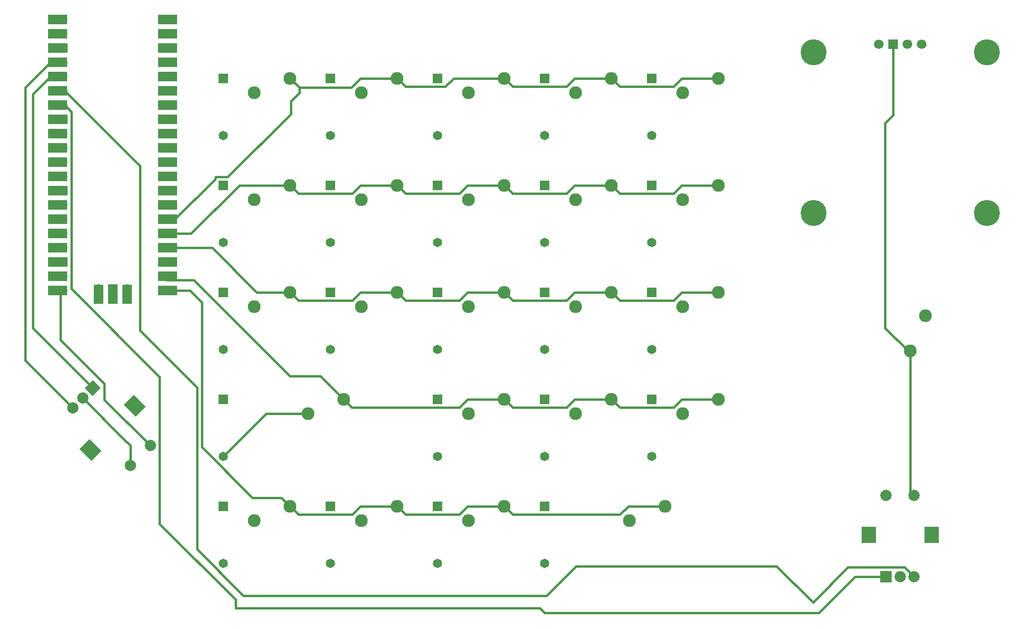
<source format=gtl>
%TF.GenerationSoftware,KiCad,Pcbnew,(5.1.10-1-10_14)*%
%TF.CreationDate,2021-11-02T16:22:22+01:00*%
%TF.ProjectId,blastpad,626c6173-7470-4616-942e-6b696361645f,rev?*%
%TF.SameCoordinates,Original*%
%TF.FileFunction,Copper,L1,Top*%
%TF.FilePolarity,Positive*%
%FSLAX46Y46*%
G04 Gerber Fmt 4.6, Leading zero omitted, Abs format (unit mm)*
G04 Created by KiCad (PCBNEW (5.1.10-1-10_14)) date 2021-11-02 16:22:22*
%MOMM*%
%LPD*%
G01*
G04 APERTURE LIST*
%TA.AperFunction,ComponentPad*%
%ADD10C,1.651000*%
%TD*%
%TA.AperFunction,ComponentPad*%
%ADD11R,1.651000X1.651000*%
%TD*%
%TA.AperFunction,ComponentPad*%
%ADD12R,1.700000X1.700000*%
%TD*%
%TA.AperFunction,ComponentPad*%
%ADD13C,1.700000*%
%TD*%
%TA.AperFunction,WasherPad*%
%ADD14C,4.620000*%
%TD*%
%TA.AperFunction,ComponentPad*%
%ADD15O,1.700000X1.700000*%
%TD*%
%TA.AperFunction,SMDPad,CuDef*%
%ADD16R,1.700000X3.500000*%
%TD*%
%TA.AperFunction,SMDPad,CuDef*%
%ADD17R,3.500000X1.700000*%
%TD*%
%TA.AperFunction,ComponentPad*%
%ADD18C,2.286000*%
%TD*%
%TA.AperFunction,ComponentPad*%
%ADD19R,2.000000X2.000000*%
%TD*%
%TA.AperFunction,ComponentPad*%
%ADD20C,2.000000*%
%TD*%
%TA.AperFunction,ComponentPad*%
%ADD21R,2.500000X3.000000*%
%TD*%
%TA.AperFunction,ComponentPad*%
%ADD22C,0.150000*%
%TD*%
%TA.AperFunction,Conductor*%
%ADD23C,0.381000*%
%TD*%
G04 APERTURE END LIST*
D10*
%TO.P,D4:4,1*%
%TO.N,Net-(D4:4-Pad1)*%
X446900000Y-45080000D03*
D11*
%TO.P,D4:4,2*%
%TO.N,/COL4*%
X446900000Y-34920000D03*
%TD*%
D10*
%TO.P,D4:3,1*%
%TO.N,Net-(D4:3-Pad1)*%
X427850000Y-45080000D03*
D11*
%TO.P,D4:3,2*%
%TO.N,/COL3*%
X427850000Y-34920000D03*
%TD*%
D10*
%TO.P,D4:2,1*%
%TO.N,Net-(D4:2-Pad1)*%
X408800000Y-45080000D03*
D11*
%TO.P,D4:2,2*%
%TO.N,/COL2*%
X408800000Y-34920000D03*
%TD*%
D10*
%TO.P,D4:1,1*%
%TO.N,Net-(D4:1-Pad1)*%
X389750000Y-45080000D03*
D11*
%TO.P,D4:1,2*%
%TO.N,/COL1*%
X389750000Y-34920000D03*
%TD*%
D10*
%TO.P,D4:0,1*%
%TO.N,Net-(D4:0-Pad1)*%
X370700000Y-45080000D03*
D11*
%TO.P,D4:0,2*%
%TO.N,/COL0*%
X370700000Y-34920000D03*
%TD*%
D10*
%TO.P,D3:4,1*%
%TO.N,Net-(D3:4-Pad1)*%
X446900000Y-64130000D03*
D11*
%TO.P,D3:4,2*%
%TO.N,/COL4*%
X446900000Y-53970000D03*
%TD*%
D10*
%TO.P,D3:3,1*%
%TO.N,Net-(D3:3-Pad1)*%
X427850000Y-64130000D03*
D11*
%TO.P,D3:3,2*%
%TO.N,/COL3*%
X427850000Y-53970000D03*
%TD*%
D10*
%TO.P,D3:2,1*%
%TO.N,Net-(D3:2-Pad1)*%
X408800000Y-64130000D03*
D11*
%TO.P,D3:2,2*%
%TO.N,/COL2*%
X408800000Y-53970000D03*
%TD*%
D10*
%TO.P,D3:1,1*%
%TO.N,Net-(D3:1-Pad1)*%
X389750000Y-64130000D03*
D11*
%TO.P,D3:1,2*%
%TO.N,/COL1*%
X389750000Y-53970000D03*
%TD*%
D10*
%TO.P,D3:0,1*%
%TO.N,Net-(D3:0-Pad1)*%
X370700000Y-64130000D03*
D11*
%TO.P,D3:0,2*%
%TO.N,/COL0*%
X370700000Y-53970000D03*
%TD*%
D10*
%TO.P,D2:4,1*%
%TO.N,Net-(D2:4-Pad1)*%
X446900000Y-83180000D03*
D11*
%TO.P,D2:4,2*%
%TO.N,/COL4*%
X446900000Y-73020000D03*
%TD*%
D10*
%TO.P,D2:3,1*%
%TO.N,Net-(D2:3-Pad1)*%
X427850000Y-83180000D03*
D11*
%TO.P,D2:3,2*%
%TO.N,/COL3*%
X427850000Y-73020000D03*
%TD*%
D10*
%TO.P,D2:2,1*%
%TO.N,Net-(D2:2-Pad1)*%
X408800000Y-83180000D03*
D11*
%TO.P,D2:2,2*%
%TO.N,/COL2*%
X408800000Y-73020000D03*
%TD*%
D10*
%TO.P,D2:1,1*%
%TO.N,Net-(D2:1-Pad1)*%
X389750000Y-83180000D03*
D11*
%TO.P,D2:1,2*%
%TO.N,/COL1*%
X389750000Y-73020000D03*
%TD*%
D10*
%TO.P,D2:0,1*%
%TO.N,Net-(D2:0-Pad1)*%
X370700000Y-83180000D03*
D11*
%TO.P,D2:0,2*%
%TO.N,/COL0*%
X370700000Y-73020000D03*
%TD*%
D10*
%TO.P,D1:4,1*%
%TO.N,Net-(D1:4-Pad1)*%
X446900000Y-102230000D03*
D11*
%TO.P,D1:4,2*%
%TO.N,/COL4*%
X446900000Y-92070000D03*
%TD*%
D10*
%TO.P,D1:3,1*%
%TO.N,Net-(D1:3-Pad1)*%
X427850000Y-102230000D03*
D11*
%TO.P,D1:3,2*%
%TO.N,/COL3*%
X427850000Y-92070000D03*
%TD*%
D10*
%TO.P,D1:2,1*%
%TO.N,Net-(D1:2-Pad1)*%
X408800000Y-102230000D03*
D11*
%TO.P,D1:2,2*%
%TO.N,/COL2*%
X408800000Y-92070000D03*
%TD*%
D10*
%TO.P,D1:1,1*%
%TO.N,Net-(D1:1-Pad1)*%
X370700000Y-102230000D03*
D11*
%TO.P,D1:1,2*%
%TO.N,/COL1*%
X370700000Y-92070000D03*
%TD*%
D10*
%TO.P,D0:4,1*%
%TO.N,Net-(D0:4-Pad1)*%
X427850000Y-121280000D03*
D11*
%TO.P,D0:4,2*%
%TO.N,/COL4*%
X427850000Y-111120000D03*
%TD*%
D10*
%TO.P,D0:2,1*%
%TO.N,Net-(D0:2-Pad1)*%
X408800000Y-121280000D03*
D11*
%TO.P,D0:2,2*%
%TO.N,/COL2*%
X408800000Y-111120000D03*
%TD*%
D10*
%TO.P,D0:1,1*%
%TO.N,Net-(D0:1-Pad1)*%
X389750000Y-121280000D03*
D11*
%TO.P,D0:1,2*%
%TO.N,/COL1*%
X389750000Y-111120000D03*
%TD*%
D10*
%TO.P,D0:0,1*%
%TO.N,Net-(D0:0-Pad1)*%
X370700000Y-121280000D03*
D11*
%TO.P,D0:0,2*%
%TO.N,/COL0*%
X370700000Y-111120000D03*
%TD*%
D12*
%TO.P,DISPLAY1,2*%
%TO.N,GND*%
X489810000Y-28875000D03*
D13*
%TO.P,DISPLAY1,3*%
%TO.N,/SCL*%
X492350000Y-28875000D03*
%TO.P,DISPLAY1,4*%
%TO.N,/SDA*%
X494890000Y-28875000D03*
%TO.P,DISPLAY1,1*%
%TO.N,VCC*%
X487270000Y-28875000D03*
D14*
%TO.P,DISPLAY1,*%
%TO.N,*%
X475677400Y-30333000D03*
X506482600Y-30333000D03*
X506482600Y-58907000D03*
X475677400Y-58907000D03*
%TD*%
D15*
%TO.P,MCU1,43*%
%TO.N,Net-(MCU1-Pad43)*%
X353540000Y-72500000D03*
D16*
X353540000Y-73400000D03*
D12*
%TO.P,MCU1,42*%
%TO.N,Net-(MCU1-Pad42)*%
X351000000Y-72500000D03*
D16*
X351000000Y-73400000D03*
D15*
%TO.P,MCU1,41*%
%TO.N,Net-(MCU1-Pad41)*%
X348460000Y-72500000D03*
D16*
X348460000Y-73400000D03*
D17*
%TO.P,MCU1,21*%
%TO.N,/ROW0*%
X360790000Y-72730000D03*
%TO.P,MCU1,22*%
%TO.N,/ROW1*%
X360790000Y-70190000D03*
%TO.P,MCU1,23*%
%TO.N,GND*%
X360790000Y-67650000D03*
%TO.P,MCU1,24*%
%TO.N,/ROW2*%
X360790000Y-65110000D03*
%TO.P,MCU1,25*%
%TO.N,/ROW3*%
X360790000Y-62570000D03*
%TO.P,MCU1,26*%
%TO.N,/ROW4*%
X360790000Y-60030000D03*
%TO.P,MCU1,27*%
%TO.N,/COL0*%
X360790000Y-57490000D03*
%TO.P,MCU1,28*%
%TO.N,GND*%
X360790000Y-54950000D03*
%TO.P,MCU1,29*%
%TO.N,/COL1*%
X360790000Y-52410000D03*
%TO.P,MCU1,30*%
%TO.N,Net-(MCU1-Pad30)*%
X360790000Y-49870000D03*
%TO.P,MCU1,31*%
%TO.N,/COL2*%
X360790000Y-47330000D03*
%TO.P,MCU1,32*%
%TO.N,/COL3*%
X360790000Y-44790000D03*
%TO.P,MCU1,33*%
%TO.N,GND*%
X360790000Y-42250000D03*
%TO.P,MCU1,34*%
%TO.N,/COL4*%
X360790000Y-39710000D03*
%TO.P,MCU1,35*%
%TO.N,Net-(MCU1-Pad35)*%
X360790000Y-37170000D03*
%TO.P,MCU1,36*%
%TO.N,VCC*%
X360790000Y-34630000D03*
%TO.P,MCU1,37*%
%TO.N,Net-(MCU1-Pad37)*%
X360790000Y-32090000D03*
%TO.P,MCU1,38*%
%TO.N,GND*%
X360790000Y-29550000D03*
%TO.P,MCU1,39*%
%TO.N,Net-(MCU1-Pad39)*%
X360790000Y-27010000D03*
%TO.P,MCU1,40*%
%TO.N,Net-(MCU1-Pad40)*%
X360790000Y-24470000D03*
%TO.P,MCU1,20*%
%TO.N,/EN2_SW*%
X341210000Y-72730000D03*
%TO.P,MCU1,19*%
%TO.N,Net-(MCU1-Pad19)*%
X341210000Y-70190000D03*
%TO.P,MCU1,18*%
%TO.N,GND*%
X341210000Y-67650000D03*
%TO.P,MCU1,17*%
%TO.N,Net-(MCU1-Pad17)*%
X341210000Y-65110000D03*
%TO.P,MCU1,16*%
%TO.N,Net-(MCU1-Pad16)*%
X341210000Y-62570000D03*
%TO.P,MCU1,15*%
%TO.N,Net-(MCU1-Pad15)*%
X341210000Y-60030000D03*
%TO.P,MCU1,14*%
%TO.N,Net-(MCU1-Pad14)*%
X341210000Y-57490000D03*
%TO.P,MCU1,13*%
%TO.N,GND*%
X341210000Y-54950000D03*
%TO.P,MCU1,12*%
%TO.N,/SCL*%
X341210000Y-52410000D03*
%TO.P,MCU1,11*%
%TO.N,/SDA*%
X341210000Y-49870000D03*
%TO.P,MCU1,10*%
%TO.N,Net-(MCU1-Pad10)*%
X341210000Y-47330000D03*
%TO.P,MCU1,9*%
%TO.N,Net-(MCU1-Pad9)*%
X341210000Y-44790000D03*
%TO.P,MCU1,8*%
%TO.N,GND*%
X341210000Y-42250000D03*
%TO.P,MCU1,7*%
%TO.N,/EN1_A*%
X341210000Y-39710000D03*
%TO.P,MCU1,6*%
%TO.N,/EN1_B*%
X341210000Y-37170000D03*
%TO.P,MCU1,5*%
%TO.N,/EN2_A*%
X341210000Y-34630000D03*
%TO.P,MCU1,4*%
%TO.N,/EN2_B*%
X341210000Y-32090000D03*
%TO.P,MCU1,3*%
%TO.N,GND*%
X341210000Y-29550000D03*
%TO.P,MCU1,2*%
%TO.N,/EN1_SW*%
X341210000Y-27010000D03*
%TO.P,MCU1,1*%
%TO.N,/SW_WHEEL*%
X341210000Y-24470000D03*
D15*
%TO.P,MCU1,40*%
%TO.N,Net-(MCU1-Pad40)*%
X359890000Y-24470000D03*
%TO.P,MCU1,39*%
%TO.N,Net-(MCU1-Pad39)*%
X359890000Y-27010000D03*
D12*
%TO.P,MCU1,38*%
%TO.N,GND*%
X359890000Y-29550000D03*
D15*
%TO.P,MCU1,37*%
%TO.N,Net-(MCU1-Pad37)*%
X359890000Y-32090000D03*
%TO.P,MCU1,36*%
%TO.N,VCC*%
X359890000Y-34630000D03*
%TO.P,MCU1,35*%
%TO.N,Net-(MCU1-Pad35)*%
X359890000Y-37170000D03*
%TO.P,MCU1,34*%
%TO.N,/COL4*%
X359890000Y-39710000D03*
D12*
%TO.P,MCU1,33*%
%TO.N,GND*%
X359890000Y-42250000D03*
D15*
%TO.P,MCU1,32*%
%TO.N,/COL3*%
X359890000Y-44790000D03*
%TO.P,MCU1,31*%
%TO.N,/COL2*%
X359890000Y-47330000D03*
%TO.P,MCU1,30*%
%TO.N,Net-(MCU1-Pad30)*%
X359890000Y-49870000D03*
%TO.P,MCU1,29*%
%TO.N,/COL1*%
X359890000Y-52410000D03*
D12*
%TO.P,MCU1,28*%
%TO.N,GND*%
X359890000Y-54950000D03*
D15*
%TO.P,MCU1,27*%
%TO.N,/COL0*%
X359890000Y-57490000D03*
%TO.P,MCU1,26*%
%TO.N,/ROW4*%
X359890000Y-60030000D03*
%TO.P,MCU1,25*%
%TO.N,/ROW3*%
X359890000Y-62570000D03*
%TO.P,MCU1,24*%
%TO.N,/ROW2*%
X359890000Y-65110000D03*
D12*
%TO.P,MCU1,23*%
%TO.N,GND*%
X359890000Y-67650000D03*
D15*
%TO.P,MCU1,22*%
%TO.N,/ROW1*%
X359890000Y-70190000D03*
%TO.P,MCU1,21*%
%TO.N,/ROW0*%
X359890000Y-72730000D03*
%TO.P,MCU1,20*%
%TO.N,/EN2_SW*%
X342110000Y-72730000D03*
%TO.P,MCU1,19*%
%TO.N,Net-(MCU1-Pad19)*%
X342110000Y-70190000D03*
D12*
%TO.P,MCU1,18*%
%TO.N,GND*%
X342110000Y-67650000D03*
D15*
%TO.P,MCU1,17*%
%TO.N,Net-(MCU1-Pad17)*%
X342110000Y-65110000D03*
%TO.P,MCU1,16*%
%TO.N,Net-(MCU1-Pad16)*%
X342110000Y-62570000D03*
%TO.P,MCU1,15*%
%TO.N,Net-(MCU1-Pad15)*%
X342110000Y-60030000D03*
%TO.P,MCU1,14*%
%TO.N,Net-(MCU1-Pad14)*%
X342110000Y-57490000D03*
D12*
%TO.P,MCU1,13*%
%TO.N,GND*%
X342110000Y-54950000D03*
D15*
%TO.P,MCU1,12*%
%TO.N,/SCL*%
X342110000Y-52410000D03*
%TO.P,MCU1,11*%
%TO.N,/SDA*%
X342110000Y-49870000D03*
%TO.P,MCU1,10*%
%TO.N,Net-(MCU1-Pad10)*%
X342110000Y-47330000D03*
%TO.P,MCU1,9*%
%TO.N,Net-(MCU1-Pad9)*%
X342110000Y-44790000D03*
D12*
%TO.P,MCU1,8*%
%TO.N,GND*%
X342110000Y-42250000D03*
D15*
%TO.P,MCU1,7*%
%TO.N,/EN1_A*%
X342110000Y-39710000D03*
%TO.P,MCU1,6*%
%TO.N,/EN1_B*%
X342110000Y-37170000D03*
%TO.P,MCU1,5*%
%TO.N,/EN2_A*%
X342110000Y-34630000D03*
%TO.P,MCU1,4*%
%TO.N,/EN2_B*%
X342110000Y-32090000D03*
D12*
%TO.P,MCU1,3*%
%TO.N,GND*%
X342110000Y-29550000D03*
D15*
%TO.P,MCU1,2*%
%TO.N,/EN1_SW*%
X342110000Y-27010000D03*
%TO.P,MCU1,1*%
%TO.N,/SW_WHEEL*%
X342110000Y-24470000D03*
%TD*%
D18*
%TO.P,SW0:0,2*%
%TO.N,Net-(D0:0-Pad1)*%
X376190000Y-113660000D03*
%TO.P,SW0:0,1*%
%TO.N,/ROW0*%
X382540000Y-111120000D03*
%TD*%
%TO.P,SW0:1,2*%
%TO.N,Net-(D0:1-Pad1)*%
X395240000Y-113660000D03*
%TO.P,SW0:1,1*%
%TO.N,/ROW0*%
X401590000Y-111120000D03*
%TD*%
%TO.P,SW0:2,2*%
%TO.N,Net-(D0:2-Pad1)*%
X414290000Y-113660000D03*
%TO.P,SW0:2,1*%
%TO.N,/ROW0*%
X420640000Y-111120000D03*
%TD*%
%TO.P,SW0:4,2*%
%TO.N,Net-(D0:4-Pad1)*%
X442865000Y-113660000D03*
%TO.P,SW0:4,1*%
%TO.N,/ROW0*%
X449215000Y-111120000D03*
%TD*%
%TO.P,SW1:1,2*%
%TO.N,Net-(D1:1-Pad1)*%
X385715000Y-94610000D03*
%TO.P,SW1:1,1*%
%TO.N,/ROW1*%
X392065000Y-92070000D03*
%TD*%
%TO.P,SW1:2,2*%
%TO.N,Net-(D1:2-Pad1)*%
X414290000Y-94610000D03*
%TO.P,SW1:2,1*%
%TO.N,/ROW1*%
X420640000Y-92070000D03*
%TD*%
%TO.P,SW1:3,2*%
%TO.N,Net-(D1:3-Pad1)*%
X433340000Y-94610000D03*
%TO.P,SW1:3,1*%
%TO.N,/ROW1*%
X439690000Y-92070000D03*
%TD*%
%TO.P,SW1:4,2*%
%TO.N,Net-(D1:4-Pad1)*%
X452390000Y-94610000D03*
%TO.P,SW1:4,1*%
%TO.N,/ROW1*%
X458740000Y-92070000D03*
%TD*%
%TO.P,SW2:0,2*%
%TO.N,Net-(D2:0-Pad1)*%
X376190000Y-75560000D03*
%TO.P,SW2:0,1*%
%TO.N,/ROW2*%
X382540000Y-73020000D03*
%TD*%
%TO.P,SW2:1,2*%
%TO.N,Net-(D2:1-Pad1)*%
X395240000Y-75560000D03*
%TO.P,SW2:1,1*%
%TO.N,/ROW2*%
X401590000Y-73020000D03*
%TD*%
%TO.P,SW2:2,2*%
%TO.N,Net-(D2:2-Pad1)*%
X414290000Y-75560000D03*
%TO.P,SW2:2,1*%
%TO.N,/ROW2*%
X420640000Y-73020000D03*
%TD*%
%TO.P,SW2:3,2*%
%TO.N,Net-(D2:3-Pad1)*%
X433340000Y-75560000D03*
%TO.P,SW2:3,1*%
%TO.N,/ROW2*%
X439690000Y-73020000D03*
%TD*%
%TO.P,SW2:4,2*%
%TO.N,Net-(D2:4-Pad1)*%
X452390000Y-75560000D03*
%TO.P,SW2:4,1*%
%TO.N,/ROW2*%
X458740000Y-73020000D03*
%TD*%
%TO.P,SW3:0,2*%
%TO.N,Net-(D3:0-Pad1)*%
X376190000Y-56510000D03*
%TO.P,SW3:0,1*%
%TO.N,/ROW3*%
X382540000Y-53970000D03*
%TD*%
%TO.P,SW3:1,2*%
%TO.N,Net-(D3:1-Pad1)*%
X395240000Y-56510000D03*
%TO.P,SW3:1,1*%
%TO.N,/ROW3*%
X401590000Y-53970000D03*
%TD*%
%TO.P,SW3:2,2*%
%TO.N,Net-(D3:2-Pad1)*%
X414290000Y-56510000D03*
%TO.P,SW3:2,1*%
%TO.N,/ROW3*%
X420640000Y-53970000D03*
%TD*%
%TO.P,SW3:3,2*%
%TO.N,Net-(D3:3-Pad1)*%
X433340000Y-56510000D03*
%TO.P,SW3:3,1*%
%TO.N,/ROW3*%
X439690000Y-53970000D03*
%TD*%
%TO.P,SW3:4,2*%
%TO.N,Net-(D3:4-Pad1)*%
X452390000Y-56510000D03*
%TO.P,SW3:4,1*%
%TO.N,/ROW3*%
X458740000Y-53970000D03*
%TD*%
%TO.P,SW4:0,2*%
%TO.N,Net-(D4:0-Pad1)*%
X376190000Y-37460000D03*
%TO.P,SW4:0,1*%
%TO.N,/ROW4*%
X382540000Y-34920000D03*
%TD*%
%TO.P,SW4:1,2*%
%TO.N,Net-(D4:1-Pad1)*%
X395240000Y-37460000D03*
%TO.P,SW4:1,1*%
%TO.N,/ROW4*%
X401590000Y-34920000D03*
%TD*%
%TO.P,SW4:2,2*%
%TO.N,Net-(D4:2-Pad1)*%
X414290000Y-37460000D03*
%TO.P,SW4:2,1*%
%TO.N,/ROW4*%
X420640000Y-34920000D03*
%TD*%
%TO.P,SW4:3,2*%
%TO.N,Net-(D4:3-Pad1)*%
X433340000Y-37460000D03*
%TO.P,SW4:3,1*%
%TO.N,/ROW4*%
X439690000Y-34920000D03*
%TD*%
%TO.P,SW4:4,2*%
%TO.N,Net-(D4:4-Pad1)*%
X452390000Y-37460000D03*
%TO.P,SW4:4,1*%
%TO.N,/ROW4*%
X458740000Y-34920000D03*
%TD*%
%TO.P,SW:WHEEL1,2*%
%TO.N,/SW_WHEEL*%
X495540128Y-77201974D03*
%TO.P,SW:WHEEL1,1*%
%TO.N,GND*%
X492846051Y-83488154D03*
%TD*%
D19*
%TO.P,EN1,A*%
%TO.N,/EN1_A*%
X488550000Y-123700000D03*
D20*
%TO.P,EN1,C*%
%TO.N,GND*%
X491050000Y-123700000D03*
%TO.P,EN1,B*%
%TO.N,/EN1_B*%
X493550000Y-123700000D03*
D21*
%TO.P,EN1,MP*%
%TO.N,N/C*%
X485450000Y-116200000D03*
X496650000Y-116200000D03*
D20*
%TO.P,EN1,S1*%
%TO.N,/EN1_SW*%
X488550000Y-109200000D03*
%TO.P,EN1,S2*%
%TO.N,GND*%
X493550000Y-109200000D03*
%TD*%
%TA.AperFunction,ComponentPad*%
D22*
%TO.P,EN2,A*%
%TO.N,/EN2_A*%
G36*
X346035786Y-90075000D02*
G01*
X347450000Y-88660786D01*
X348864214Y-90075000D01*
X347450000Y-91489214D01*
X346035786Y-90075000D01*
G37*
%TD.AperFunction*%
D20*
%TO.P,EN2,C*%
%TO.N,GND*%
X345682233Y-91842767D03*
%TO.P,EN2,B*%
%TO.N,/EN2_B*%
X343914466Y-93610534D03*
%TA.AperFunction,ComponentPad*%
D22*
%TO.P,EN2,MP*%
%TO.N,N/C*%
G36*
X353000788Y-93009493D02*
G01*
X354768555Y-91241726D01*
X356889876Y-93363047D01*
X355122109Y-95130814D01*
X353000788Y-93009493D01*
G37*
%TD.AperFunction*%
%TA.AperFunction,ComponentPad*%
G36*
X345081192Y-100929089D02*
G01*
X346848959Y-99161322D01*
X348970280Y-101282643D01*
X347202513Y-103050410D01*
X345081192Y-100929089D01*
G37*
%TD.AperFunction*%
D20*
%TO.P,EN2,S1*%
%TO.N,/EN2_SW*%
X357703048Y-100328048D03*
%TO.P,EN2,S2*%
%TO.N,GND*%
X354167514Y-103863582D03*
%TD*%
D23*
%TO.N,/ROW0*%
X393593569Y-112618601D02*
X395092170Y-111120000D01*
X395092170Y-111120000D02*
X401590000Y-111120000D01*
X384038601Y-112618601D02*
X393593569Y-112618601D01*
X382540000Y-111120000D02*
X384038601Y-112618601D01*
X414142170Y-111120000D02*
X420640000Y-111120000D01*
X412643569Y-112618601D02*
X414142170Y-111120000D01*
X403088601Y-112618601D02*
X412643569Y-112618601D01*
X401590000Y-111120000D02*
X403088601Y-112618601D01*
X442717170Y-111120000D02*
X449215000Y-111120000D01*
X441218569Y-112618601D02*
X442717170Y-111120000D01*
X422138601Y-112618601D02*
X441218569Y-112618601D01*
X420640000Y-111120000D02*
X422138601Y-112618601D01*
X375873469Y-109621399D02*
X366850000Y-100597930D01*
X381041399Y-109621399D02*
X375873469Y-109621399D01*
X382540000Y-111120000D02*
X381041399Y-109621399D01*
X366850000Y-100597930D02*
X366850000Y-74830000D01*
X364750000Y-72730000D02*
X359890000Y-72730000D01*
X366850000Y-74830000D02*
X364750000Y-72730000D01*
%TO.N,/ROW1*%
X431693569Y-93568601D02*
X433192170Y-92070000D01*
X422138601Y-93568601D02*
X431693569Y-93568601D01*
X433192170Y-92070000D02*
X439690000Y-92070000D01*
X420640000Y-92070000D02*
X422138601Y-93568601D01*
X452242170Y-92070000D02*
X458740000Y-92070000D01*
X450743569Y-93568601D02*
X452242170Y-92070000D01*
X441188601Y-93568601D02*
X450743569Y-93568601D01*
X439690000Y-92070000D02*
X441188601Y-93568601D01*
X414142170Y-92070000D02*
X420640000Y-92070000D01*
X412643569Y-93568601D02*
X414142170Y-92070000D01*
X393563601Y-93568601D02*
X412643569Y-93568601D01*
X392065000Y-92070000D02*
X393563601Y-93568601D01*
X382532377Y-87967899D02*
X365450000Y-70885522D01*
X387962899Y-87967899D02*
X382532377Y-87967899D01*
X392065000Y-92070000D02*
X387962899Y-87967899D01*
X360585522Y-70885522D02*
X359890000Y-70190000D01*
X365450000Y-70885522D02*
X360585522Y-70885522D01*
%TO.N,/ROW2*%
X414142170Y-73020000D02*
X420640000Y-73020000D01*
X412643569Y-74518601D02*
X414142170Y-73020000D01*
X403088601Y-74518601D02*
X412643569Y-74518601D01*
X401590000Y-73020000D02*
X403088601Y-74518601D01*
X452242170Y-73020000D02*
X458740000Y-73020000D01*
X450743569Y-74518601D02*
X452242170Y-73020000D01*
X441188601Y-74518601D02*
X450743569Y-74518601D01*
X439690000Y-73020000D02*
X441188601Y-74518601D01*
X433192170Y-73020000D02*
X439690000Y-73020000D01*
X431693569Y-74518601D02*
X433192170Y-73020000D01*
X422138601Y-74518601D02*
X431693569Y-74518601D01*
X420640000Y-73020000D02*
X422138601Y-74518601D01*
X395092170Y-73020000D02*
X401590000Y-73020000D01*
X393593569Y-74518601D02*
X395092170Y-73020000D01*
X384038601Y-74518601D02*
X393593569Y-74518601D01*
X382540000Y-73020000D02*
X384038601Y-74518601D01*
X382540000Y-73020000D02*
X376640000Y-73020000D01*
X368730000Y-65110000D02*
X359890000Y-65110000D01*
X376640000Y-73020000D02*
X368730000Y-65110000D01*
%TO.N,/ROW3*%
X412643569Y-55468601D02*
X414142170Y-53970000D01*
X414142170Y-53970000D02*
X420640000Y-53970000D01*
X403088601Y-55468601D02*
X412643569Y-55468601D01*
X401590000Y-53970000D02*
X403088601Y-55468601D01*
X452242170Y-53970000D02*
X458740000Y-53970000D01*
X450743569Y-55468601D02*
X452242170Y-53970000D01*
X441188601Y-55468601D02*
X450743569Y-55468601D01*
X439690000Y-53970000D02*
X441188601Y-55468601D01*
X395092170Y-53970000D02*
X401590000Y-53970000D01*
X393593569Y-55468601D02*
X395092170Y-53970000D01*
X384038601Y-55468601D02*
X393593569Y-55468601D01*
X382540000Y-53970000D02*
X384038601Y-55468601D01*
X433192170Y-53970000D02*
X439690000Y-53970000D01*
X431693569Y-55468601D02*
X433192170Y-53970000D01*
X422138601Y-55468601D02*
X431693569Y-55468601D01*
X420640000Y-53970000D02*
X422138601Y-55468601D01*
X364962582Y-62570000D02*
X359890000Y-62570000D01*
X373562582Y-53970000D02*
X364962582Y-62570000D01*
X382540000Y-53970000D02*
X373562582Y-53970000D01*
%TO.N,/ROW4*%
X410163981Y-36418601D02*
X411662582Y-34920000D01*
X411662582Y-34920000D02*
X420640000Y-34920000D01*
X403088601Y-36418601D02*
X410163981Y-36418601D01*
X401590000Y-34920000D02*
X403088601Y-36418601D01*
X450743569Y-36418601D02*
X452242170Y-34920000D01*
X441188601Y-36418601D02*
X450743569Y-36418601D01*
X452242170Y-34920000D02*
X458740000Y-34920000D01*
X439690000Y-34920000D02*
X441188601Y-36418601D01*
X395092170Y-34920000D02*
X401590000Y-34920000D01*
X393423899Y-36588271D02*
X395092170Y-34920000D01*
X384208271Y-36588271D02*
X393423899Y-36588271D01*
X382540000Y-34920000D02*
X384208271Y-36588271D01*
X433192170Y-34920000D02*
X439690000Y-34920000D01*
X431693569Y-36418601D02*
X433192170Y-34920000D01*
X422138601Y-36418601D02*
X431693569Y-36418601D01*
X420640000Y-34920000D02*
X422138601Y-36418601D01*
X369201399Y-52890183D02*
X362061582Y-60030000D01*
X369336019Y-52471399D02*
X369201399Y-52606019D01*
X369201399Y-52606019D02*
X369201399Y-52890183D01*
X382667001Y-39012999D02*
X382667001Y-41280161D01*
X362061582Y-60030000D02*
X359890000Y-60030000D01*
X371475763Y-52471399D02*
X369336019Y-52471399D01*
X382667001Y-41280161D02*
X371475763Y-52471399D01*
X384208271Y-37471729D02*
X382667001Y-39012999D01*
X384208271Y-36588271D02*
X384208271Y-37471729D01*
%TO.N,GND*%
X354167514Y-103863582D02*
X354167514Y-100328048D01*
X354167514Y-100328048D02*
X352934733Y-99095267D01*
X352934733Y-99095267D02*
X345682233Y-91842767D01*
X492846051Y-108496051D02*
X493550000Y-109200000D01*
X492846051Y-83488154D02*
X492846051Y-108496051D01*
X492490992Y-83488154D02*
X488382999Y-79380161D01*
X492846051Y-83488154D02*
X492490992Y-83488154D01*
X488382999Y-79380161D02*
X488382999Y-42897001D01*
X489810000Y-41470000D02*
X489810000Y-28875000D01*
X488382999Y-42897001D02*
X489810000Y-41470000D01*
%TO.N,Net-(D1:1-Pad1)*%
X378320000Y-94610000D02*
X385715000Y-94610000D01*
X370700000Y-102230000D02*
X378320000Y-94610000D01*
%TO.N,/EN1_A*%
X483026390Y-123700000D02*
X476590000Y-130136390D01*
X359376149Y-88127731D02*
X343633101Y-72384683D01*
X343633101Y-72384683D02*
X343633101Y-40861519D01*
X343633101Y-40861519D02*
X342481582Y-39710000D01*
X342481582Y-39710000D02*
X342110000Y-39710000D01*
X488550000Y-123700000D02*
X483026390Y-123700000D01*
X427846390Y-130136390D02*
X426966631Y-129256631D01*
X476590000Y-130136390D02*
X427846390Y-130136390D01*
X372876631Y-127756631D02*
X359376149Y-114256149D01*
X372876631Y-129256631D02*
X372876631Y-127756631D01*
X359376149Y-114256149D02*
X359376149Y-88127731D01*
X426966631Y-129256631D02*
X372876631Y-129256631D01*
%TO.N,/EN1_B*%
X355850000Y-50538418D02*
X342481582Y-37170000D01*
X355850000Y-79840000D02*
X355850000Y-50538418D01*
X469067999Y-121787999D02*
X433456839Y-121787999D01*
X374262070Y-127060000D02*
X365986390Y-118784320D01*
X433456839Y-121787999D02*
X428184838Y-127060000D01*
X475550000Y-128270000D02*
X469067999Y-121787999D01*
X428184838Y-127060000D02*
X374262070Y-127060000D01*
X481793101Y-122026899D02*
X475550000Y-128270000D01*
X365986390Y-118784320D02*
X365986390Y-89976390D01*
X491876899Y-122026899D02*
X481793101Y-122026899D01*
X342481582Y-37170000D02*
X342110000Y-37170000D01*
X365986390Y-89976390D02*
X355850000Y-79840000D01*
X493550000Y-123700000D02*
X491876899Y-122026899D01*
%TO.N,/EN2_A*%
X347450000Y-90075000D02*
X336800000Y-79425000D01*
X339938418Y-34630000D02*
X342110000Y-34630000D01*
X336800000Y-37768418D02*
X339938418Y-34630000D01*
X336800000Y-79425000D02*
X336800000Y-37768418D01*
%TO.N,/EN2_B*%
X343914466Y-93610534D02*
X335500000Y-85196068D01*
X339938418Y-32090000D02*
X342110000Y-32090000D01*
X335500000Y-36528418D02*
X339938418Y-32090000D01*
X335500000Y-85196068D02*
X335500000Y-36528418D01*
%TO.N,/EN2_SW*%
X349537324Y-92162324D02*
X349537324Y-89317324D01*
X357703048Y-100328048D02*
X349537324Y-92162324D01*
X349537324Y-89317324D02*
X341700000Y-81480000D01*
X341700000Y-73140000D02*
X342110000Y-72730000D01*
X341700000Y-81480000D02*
X341700000Y-73140000D01*
%TO.N,Net-(MCU1-Pad17)*%
X342481582Y-65110000D02*
X342110000Y-65110000D01*
%TD*%
M02*

</source>
